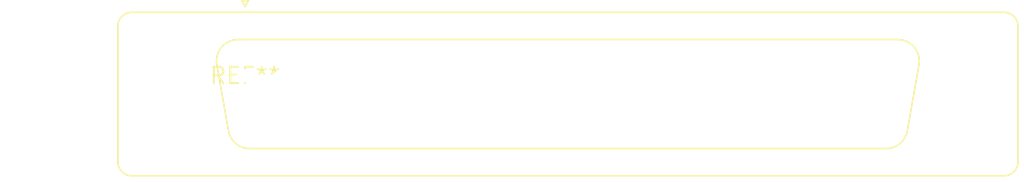
<source format=kicad_pcb>
(kicad_pcb (version 20240108) (generator pcbnew)
  (layers (0 "F.Cu" signal) (31 "B.Cu" signal) (34 "B.Paste" user) (35 "F.Paste" user) (36 "B.SilkS" user "B.Silkscreen") (37 "F.SilkS" user "F.Silkscreen") (38 "B.Mask" user) (39 "F.Mask" user) (44 "Edge.Cuts" user))
  (net 0 "")
  (footprint "DSUB-37_Male_Vertical_P2.77x2.84mm" (layer "F.Cu") (at 0 0)
    (property "Reference" "REF**")
    (property "Value" "DSUB-37_Male_Vertical_P2.77x2.84mm")
    (fp_line (start -9.83 6.67) (end -9.83 -3.83) (layer "F.SilkS") (stroke (width 0.12)))
    (fp_line (start -8.77 -4.89) (end 58.63 -4.89) (layer "F.SilkS") (stroke (width 0.12)))
    (fp_line (start -2.18647 -0.841744) (end -1.287202 4.258256) (layer "F.SilkS") (stroke (width 0.12)))
    (fp_line (start -0.551689 -2.79) (end 50.411689 -2.79) (layer "F.SilkS") (stroke (width 0.12)))
    (fp_line (start -0.25 -5.784338) (end 0.25 -5.784338) (layer "F.SilkS") (stroke (width 0.12)))
    (fp_line (start 0 -5.351325) (end -0.25 -5.784338) (layer "F.SilkS") (stroke (width 0.12)))
    (fp_line (start 0.25 -5.784338) (end 0 -5.351325) (layer "F.SilkS") (stroke (width 0.12)))
    (fp_line (start 0.347579 5.63) (end 49.512421 5.63) (layer "F.SilkS") (stroke (width 0.12)))
    (fp_line (start 52.04647 -0.841744) (end 51.147202 4.258256) (layer "F.SilkS") (stroke (width 0.12)))
    (fp_line (start 58.63 7.73) (end -8.77 7.73) (layer "F.SilkS") (stroke (width 0.12)))
    (fp_line (start 59.69 -3.83) (end 59.69 6.67) (layer "F.SilkS") (stroke (width 0.12)))
    (fp_arc (start -9.83 -3.83) (mid -9.519533 -4.579533) (end -8.77 -4.89) (layer "F.SilkS") (stroke (width 0.12)))
    (fp_arc (start -8.77 7.73) (mid -9.519533 7.419533) (end -9.83 6.67) (layer "F.SilkS") (stroke (width 0.12)))
    (fp_arc (start -2.18647 -0.841744) (mid -1.823323 -2.197028) (end -0.551689 -2.79) (layer "F.SilkS") (stroke (width 0.12)))
    (fp_arc (start 0.347579 5.63) (mid -0.719448 5.241634) (end -1.287202 4.258256) (layer "F.SilkS") (stroke (width 0.12)))
    (fp_arc (start 50.411689 -2.79) (mid 51.683323 -2.197027) (end 52.04647 -0.841744) (layer "F.SilkS") (stroke (width 0.12)))
    (fp_arc (start 51.147202 4.258256) (mid 50.579449 5.241634) (end 49.512421 5.63) (layer "F.SilkS") (stroke (width 0.12)))
    (fp_arc (start 58.63 -4.89) (mid 59.379533 -4.579533) (end 59.69 -3.83) (layer "F.SilkS") (stroke (width 0.12)))
    (fp_arc (start 59.69 6.67) (mid 59.379533 7.419533) (end 58.63 7.73) (layer "F.SilkS") (stroke (width 0.12)))
    (pad "1" thru_hole rect (at 0 0) (size 1.6 1.6) (drill 1) (layers *.Cu *.Mask) (remove_unused_layers))
    (pad "2" thru_hole circle (at 2.77 0) (size 1.6 1.6) (drill 1) (layers *.Cu *.Mask) (remove_unused_layers))
    (pad "3" thru_hole circle (at 5.54 0) (size 1.6 1.6) (drill 1) (layers *.Cu *.Mask) (remove_unused_layers))
    (pad "4" thru_hole circle (at 8.31 0) (size 1.6 1.6) (drill 1) (layers *.Cu *.Mask) (remove_unused_layers))
    (pad "5" thru_hole circle (at 11.08 0) (size 1.6 1.6) (drill 1) (layers *.Cu *.Mask) (remove_unused_layers))
    (pad "6" thru_hole circle (at 13.85 0) (size 1.6 1.6) (drill 1) (layers *.Cu *.Mask) (remove_unused_layers))
    (pad "7" thru_hole circle (at 16.62 0) (size 1.6 1.6) (drill 1) (layers *.Cu *.Mask) (remove_unused_layers))
    (pad "8" thru_hole circle (at 19.39 0) (size 1.6 1.6) (drill 1) (layers *.Cu *.Mask) (remove_unused_layers))
    (pad "9" thru_hole circle (at 22.16 0) (size 1.6 1.6) (drill 1) (layers *.Cu *.Mask) (remove_unused_layers))
    (pad "10" thru_hole circle (at 24.93 0) (size 1.6 1.6) (drill 1) (layers *.Cu *.Mask) (remove_unused_layers))
    (pad "11" thru_hole circle (at 27.7 0) (size 1.6 1.6) (drill 1) (layers *.Cu *.Mask) (remove_unused_layers))
    (pad "12" thru_hole circle (at 30.47 0) (size 1.6 1.6) (drill 1) (layers *.Cu *.Mask) (remove_unused_layers))
    (pad "13" thru_hole circle (at 33.24 0) (size 1.6 1.6) (drill 1) (layers *.Cu *.Mask) (remove_unused_layers))
    (pad "14" thru_hole circle (at 36.01 0) (size 1.6 1.6) (drill 1) (layers *.Cu *.Mask) (remove_unused_layers))
    (pad "15" thru_hole circle (at 38.78 0) (size 1.6 1.6) (drill 1) (layers *.Cu *.Mask) (remove_unused_layers))
    (pad "16" thru_hole circle (at 41.55 0) (size 1.6 1.6) (drill 1) (layers *.Cu *.Mask) (remove_unused_layers))
    (pad "17" thru_hole circle (at 44.32 0) (size 1.6 1.6) (drill 1) (layers *.Cu *.Mask) (remove_unused_layers))
    (pad "18" thru_hole circle (at 47.09 0) (size 1.6 1.6) (drill 1) (layers *.Cu *.Mask) (remove_unused_layers))
    (pad "19" thru_hole circle (at 49.86 0) (size 1.6 1.6) (drill 1) (layers *.Cu *.Mask) (remove_unused_layers))
    (pad "20" thru_hole circle (at 1.385 2.84) (size 1.6 1.6) (drill 1) (layers *.Cu *.Mask) (remove_unused_layers))
    (pad "21" thru_hole circle (at 4.155 2.84) (size 1.6 1.6) (drill 1) (layers *.Cu *.Mask) (remove_unused_layers))
    (pad "22" thru_hole circle (at 6.925 2.84) (size 1.6 1.6) (drill 1) (layers *.Cu *.Mask) (remove_unused_layers))
    (pad "23" thru_hole circle (at 9.695 2.84) (size 1.6 1.6) (drill 1) (layers *.Cu *.Mask) (remove_unused_layers))
    (pad "24" thru_hole circle (at 12.465 2.84) (size 1.6 1.6) (drill 1) (layers *.Cu *.Mask) (remove_unused_layers))
    (pad "25" thru_hole circle (at 15.235 2.84) (size 1.6 1.6) (drill 1) (layers *.Cu *.Mask) (remove_unused_layers))
    (pad "26" thru_hole circle (at 18.005 2.84) (size 1.6 1.6) (drill 1) (layers *.Cu *.Mask) (remove_unused_layers))
    (pad "27" thru_hole circle (at 20.775 2.84) (size 1.6 1.6) (drill 1) (layers *.Cu *.Mask) (remove_unused_layers))
    (pad "28" thru_hole circle (at 23.545 2.84) (size 1.6 1.6) (drill 1) (layers *.Cu *.Mask) (remove_unused_layers))
    (pad "29" thru_hole circle (at 26.315 2.84) (size 1.6 1.6) (drill 1) (layers *.Cu *.Mask) (remove_unused_layers))
    (pad "30" thru_hole circle (at 29.085 2.84) (size 1.6 1.6) (drill 1) (layers *.Cu *.Mask) (remove_unused_layers))
    (pad "31" thru_hole circle (at 31.855 2.84) (size 1.6 1.6) (drill 1) (layers *.Cu *.Mask) (remove_unused_layers))
    (pad "32" thru_hole circle (at 34.625 2.84) (size 1.6 1.6) (drill 1) (layers *.Cu *.Mask) (remove_unused_layers))
    (pad "33" thru_hole circle (at 37.395 2.84) (size 1.6 1.6) (drill 1) (layers *.Cu *.Mask) (remove_unused_layers))
    (pad "34" thru_hole circle (at 40.165 2.84) (size 1.6 1.6) (drill 1) (layers *.Cu *.Mask) (remove_unused_layers))
    (pad "35" thru_hole circle (at 42.935 2.84) (size 1.6 1.6) (drill 1) (layers *.Cu *.Mask) (remove_unused_layers))
    (pad "36" thru_hole circle (at 45.705 2.84) (size 1.6 1.6) (drill 1) (layers *.Cu *.Mask) (remove_unused_layers))
    (pad "37" thru_hole circle (at 48.475 2.84) (size 1.6 1.6) (drill 1) (layers *.Cu *.Mask) (remove_unused_layers))
  )
)
</source>
